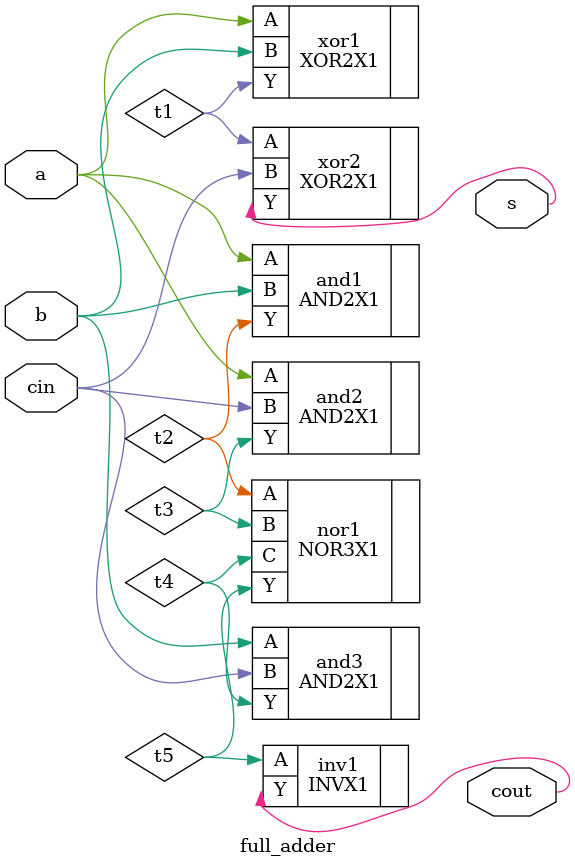
<source format=v>
module full_adder (a, b, s, cout, cin);
	
	input a;
	input b;
	input cin;
	output s;
	output cout;
	
	wire t1, t2, t3, t4, t5;
	
	XOR2X1 xor1(.A(a), .Y(t1), .B(b));
	XOR2X1 xor2(.A(t1), .Y(s), .B(cin));
	AND2X1 and1(.A(a), .B(b), .Y(t2));
	AND2X1 and2(.A(a), .B(cin), .Y(t3));
	AND2X1 and3(.A(b), .B(cin), .Y(t4));
	NOR3X1 nor1(.A(t2), .B(t3) , .C(t4), .Y(t5));
	INVX1 inv1(.A(t5), .Y(cout));
	
endmodule

</source>
